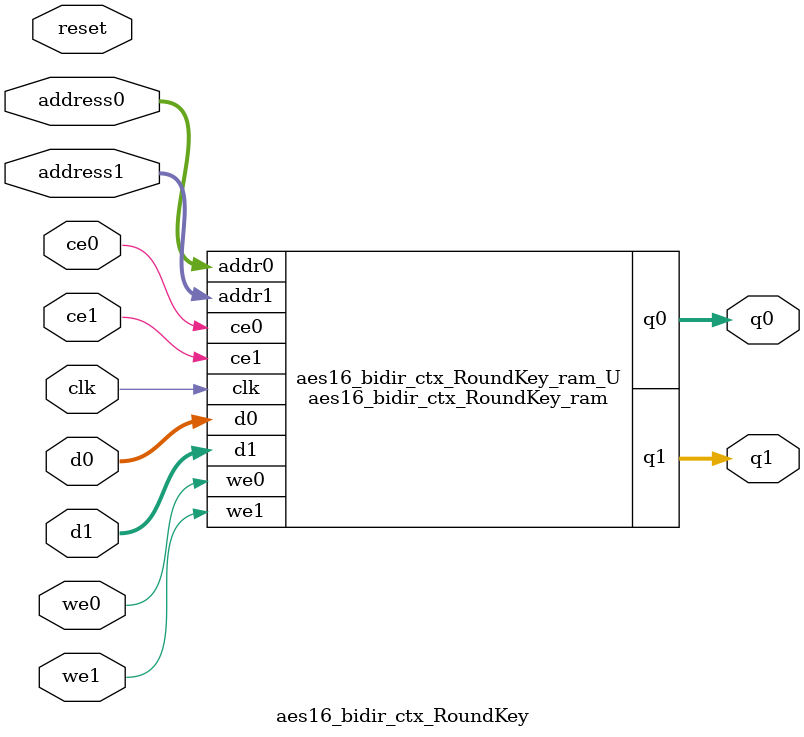
<source format=v>
`timescale 1 ns / 1 ps
module aes16_bidir_ctx_RoundKey_ram (addr0, ce0, d0, we0, q0, addr1, ce1, d1, we1, q1,  clk);

parameter DWIDTH = 8;
parameter AWIDTH = 8;
parameter MEM_SIZE = 176;

input[AWIDTH-1:0] addr0;
input ce0;
input[DWIDTH-1:0] d0;
input we0;
output reg[DWIDTH-1:0] q0;
input[AWIDTH-1:0] addr1;
input ce1;
input[DWIDTH-1:0] d1;
input we1;
output reg[DWIDTH-1:0] q1;
input clk;

(* ram_style = "block" *)reg [DWIDTH-1:0] ram[0:MEM_SIZE-1];




always @(posedge clk)  
begin 
    if (ce0) 
    begin
        if (we0) 
        begin 
            ram[addr0] <= d0; 
        end 
        q0 <= ram[addr0];
    end
end


always @(posedge clk)  
begin 
    if (ce1) 
    begin
        if (we1) 
        begin 
            ram[addr1] <= d1; 
        end 
        q1 <= ram[addr1];
    end
end


endmodule

`timescale 1 ns / 1 ps
module aes16_bidir_ctx_RoundKey(
    reset,
    clk,
    address0,
    ce0,
    we0,
    d0,
    q0,
    address1,
    ce1,
    we1,
    d1,
    q1);

parameter DataWidth = 32'd8;
parameter AddressRange = 32'd176;
parameter AddressWidth = 32'd8;
input reset;
input clk;
input[AddressWidth - 1:0] address0;
input ce0;
input we0;
input[DataWidth - 1:0] d0;
output[DataWidth - 1:0] q0;
input[AddressWidth - 1:0] address1;
input ce1;
input we1;
input[DataWidth - 1:0] d1;
output[DataWidth - 1:0] q1;



aes16_bidir_ctx_RoundKey_ram aes16_bidir_ctx_RoundKey_ram_U(
    .clk( clk ),
    .addr0( address0 ),
    .ce0( ce0 ),
    .we0( we0 ),
    .d0( d0 ),
    .q0( q0 ),
    .addr1( address1 ),
    .ce1( ce1 ),
    .we1( we1 ),
    .d1( d1 ),
    .q1( q1 ));

endmodule


</source>
